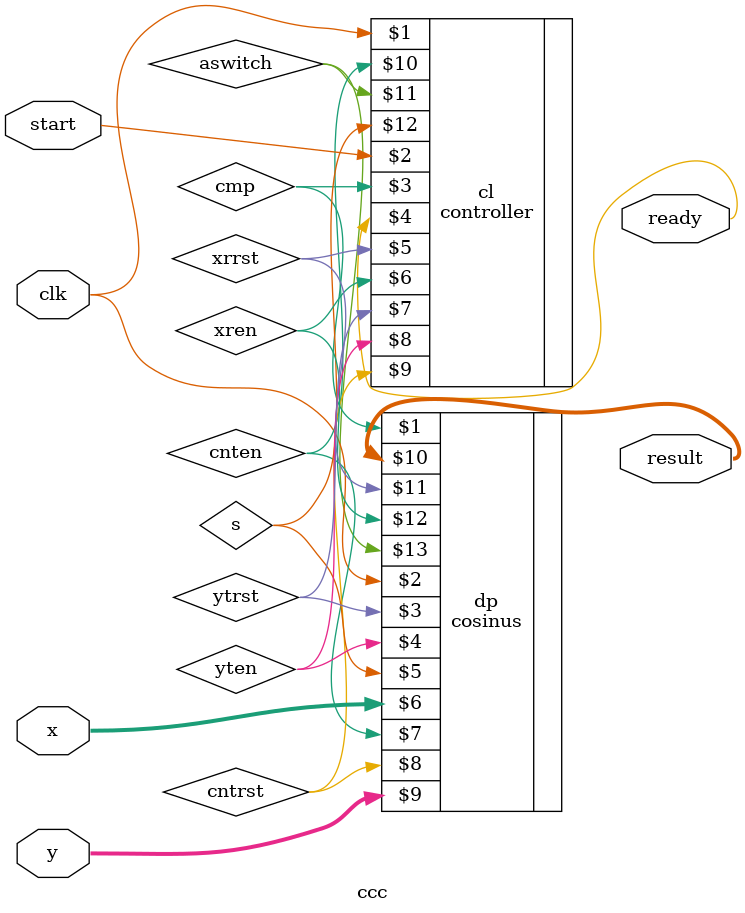
<source format=sv>
module ccc(input clk,start,input [9:0]x,input [9:0]y,output [9:0]result,output ready);

    wire cmp,xrrst,xren,ytrst,yten,cntrst,cnten,aswitch,s;
    controller cl (clk,start,cmp,ready,xrrst,xren,ytrst,yten,cntrst,cnten,aswitch,s);
    cosinus dp (cmp,clk,ytrst,yten,s,x,cnten,cntrst,y,result,xrrst,xren,aswitch);
endmodule

</source>
